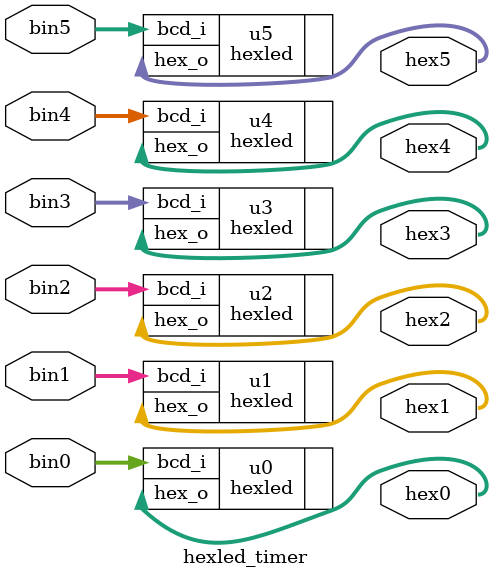
<source format=sv>
module hexled_timer (
    input logic [3:0] bin0,bin1,bin2,bin3,bin4,bin5,
    output logic [6:0] hex0,hex1,hex2,hex3,hex4,hex5
);
//
hexled u0 (
    .bcd_i(bin0),
    .hex_o(hex0)
);
//
hexled u1 (
    .bcd_i(bin1),
    .hex_o(hex1)
);
//
hexled u2 (
    .bcd_i(bin2),
    .hex_o(hex2)
);
//
hexled u3 (
    .bcd_i(bin3),
    .hex_o(hex3)
);
//
hexled u4 (
    .bcd_i(bin4),
    .hex_o(hex4)
);
//
hexled u5 (
    .bcd_i(bin5),
    .hex_o(hex5)
);
//
endmodule 
</source>
